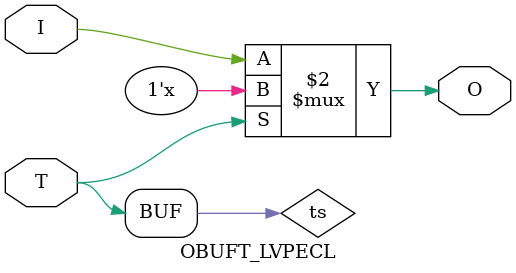
<source format=v>

/*

FUNCTION	: TRI-STATE OUTPUT BUFFER

*/

`celldefine
`timescale  100 ps / 10 ps

module OBUFT_LVPECL (O, I, T);

    output O;

    input  I, T;

    or O1 (ts, 1'b0, T);
    bufif0 T1 (O, I, ts);

endmodule

</source>
